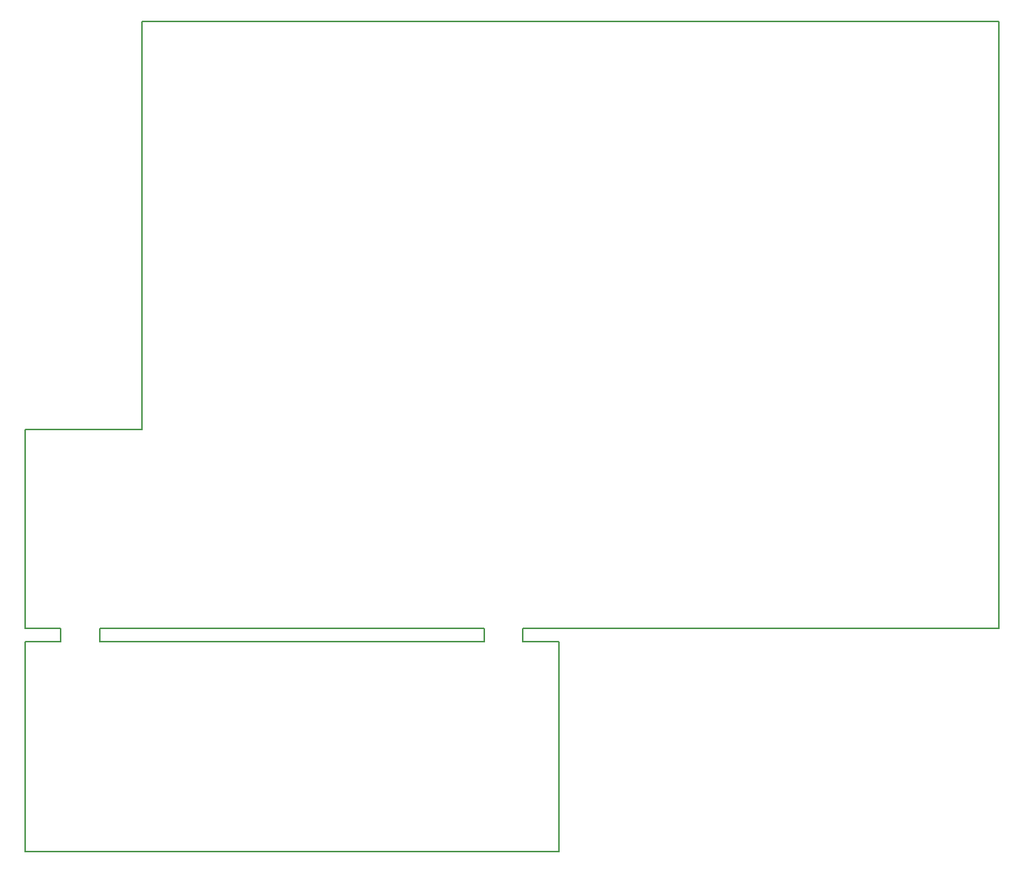
<source format=gko>
G75*
%MOIN*%
%OFA0B0*%
%FSLAX25Y25*%
%IPPOS*%
%LPD*%
%AMOC8*
5,1,8,0,0,1.08239X$1,22.5*
%
%ADD10C,0.00600*%
D10*
X0001300Y0001300D02*
X0001300Y0096100D01*
X0017500Y0096100D01*
X0017500Y0102100D01*
X0001300Y0102100D01*
X0001300Y0191500D01*
X0054100Y0191500D01*
X0054100Y0375700D01*
X0440500Y0375700D01*
X0440500Y0102100D01*
X0225700Y0102100D01*
X0225700Y0096100D01*
X0241900Y0096100D01*
X0241900Y0001300D01*
X0001300Y0001300D01*
X0034900Y0096100D02*
X0208300Y0096100D01*
X0208300Y0102100D01*
X0034900Y0102100D01*
X0034900Y0096100D01*
M02*

</source>
